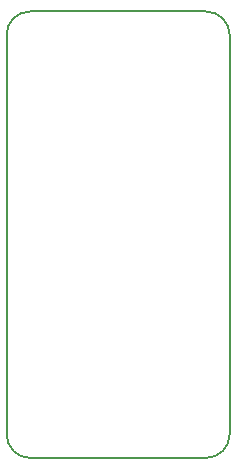
<source format=gbr>
G04 #@! TF.GenerationSoftware,KiCad,Pcbnew,5.1.6-c6e7f7d~86~ubuntu20.04.1*
G04 #@! TF.CreationDate,2020-05-17T01:16:49+03:00*
G04 #@! TF.ProjectId,BRK-TSSOP-20-4.4x6.5-P0.65,42524b2d-5453-4534-9f50-2d32302d342e,v1.0*
G04 #@! TF.SameCoordinates,Original*
G04 #@! TF.FileFunction,Legend,Bot*
G04 #@! TF.FilePolarity,Positive*
%FSLAX46Y46*%
G04 Gerber Fmt 4.6, Leading zero omitted, Abs format (unit mm)*
G04 Created by KiCad (PCBNEW 5.1.6-c6e7f7d~86~ubuntu20.04.1) date 2020-05-17 01:16:49*
%MOMM*%
%LPD*%
G01*
G04 APERTURE LIST*
G04 #@! TA.AperFunction,Profile*
%ADD10C,0.150000*%
G04 #@! TD*
G04 APERTURE END LIST*
D10*
X53000000Y-85800000D02*
G75*
G02*
X51000000Y-83800000I0J2000000D01*
G01*
X69900000Y-83800000D02*
G75*
G02*
X67900000Y-85800000I-2000000J0D01*
G01*
X67900000Y-48000000D02*
G75*
G02*
X69900000Y-50000000I0J-2000000D01*
G01*
X51000000Y-50000000D02*
G75*
G02*
X53000000Y-48000000I2000000J0D01*
G01*
X67900000Y-85800000D02*
X53000000Y-85800000D01*
X69900000Y-50000000D02*
X69900000Y-83800000D01*
X53000000Y-48000000D02*
X67900000Y-48000000D01*
X51000000Y-83800000D02*
X51000000Y-50000000D01*
M02*

</source>
